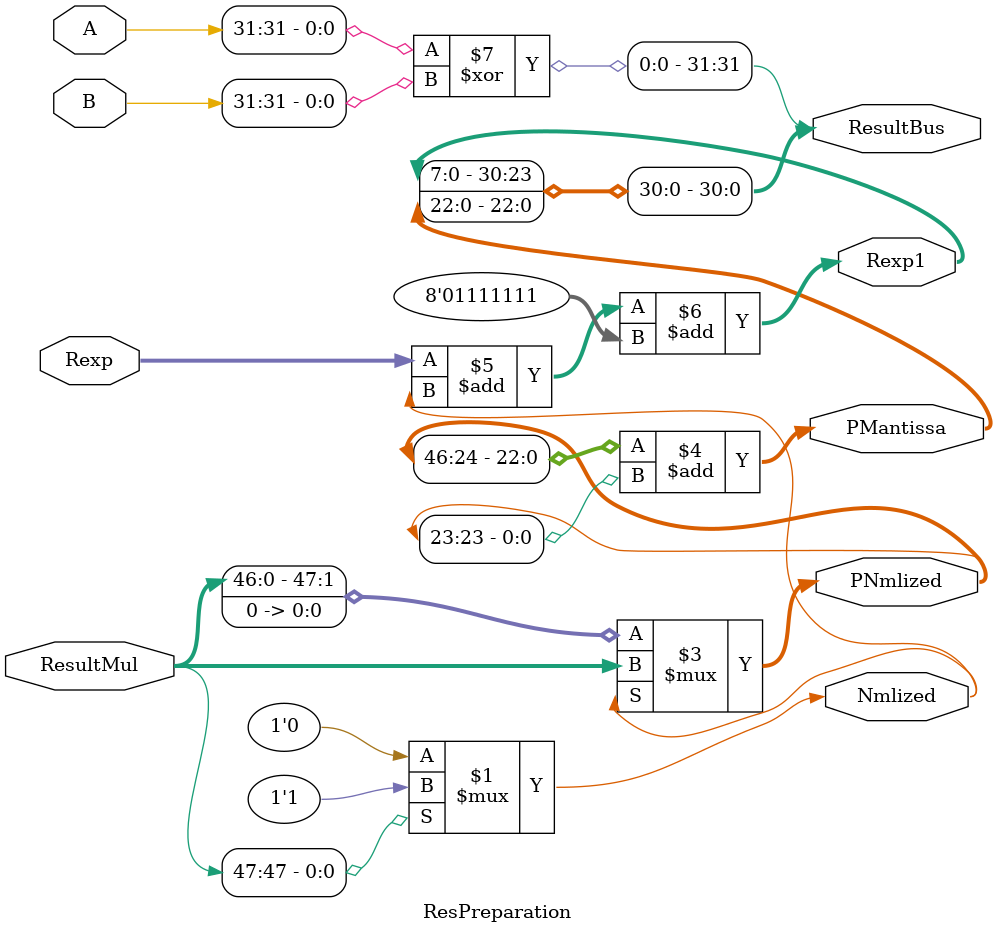
<source format=v>
`timescale 1ns/1ns
module ResPreparation(output Nmlized,output [47:0] PNmlized,output[22:0] PMantissa,output [9:0] Rexp1,input[47:0] ResultMul,output[31:0] ResultBus,input[31:0] A,B,input[9:0]Rexp);
	assign Nmlized = ResultMul[47] ? 1'b1 : 1'b0;
	assign PNmlized = Nmlized ? ResultMul : ResultMul << 1;
	assign PMantissa = PNmlized[46:24] + PNmlized[23];
	assign Rexp1 = Rexp + Nmlized+8'b01111111;
	assign ResultBus = {A[31]^B[31], Rexp1[7:0], PMantissa};
endmodule

</source>
